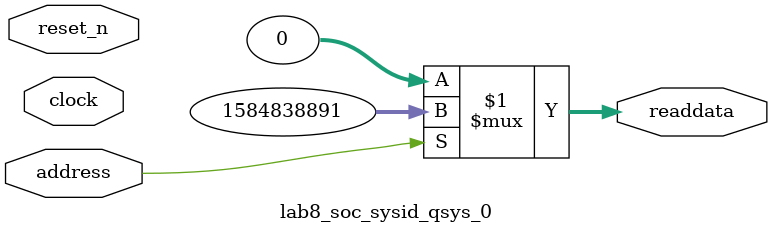
<source format=v>



// synthesis translate_off
`timescale 1ns / 1ps
// synthesis translate_on

// turn off superfluous verilog processor warnings 
// altera message_level Level1 
// altera message_off 10034 10035 10036 10037 10230 10240 10030 

module lab8_soc_sysid_qsys_0 (
               // inputs:
                address,
                clock,
                reset_n,

               // outputs:
                readdata
             )
;

  output  [ 31: 0] readdata;
  input            address;
  input            clock;
  input            reset_n;

  wire    [ 31: 0] readdata;
  //control_slave, which is an e_avalon_slave
  assign readdata = address ? 1584838891 : 0;

endmodule



</source>
